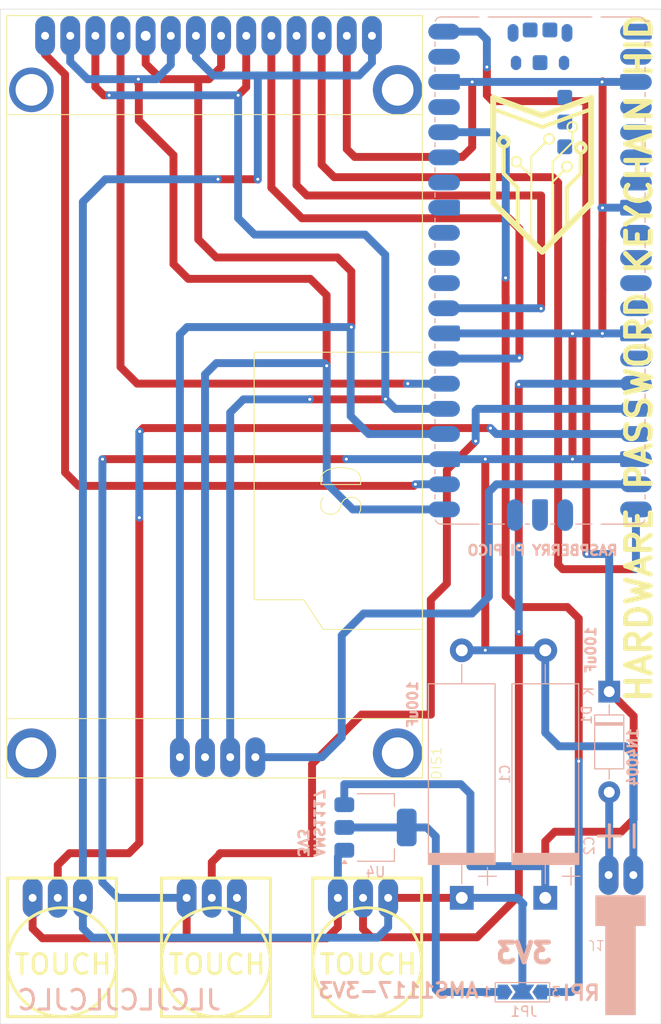
<source format=kicad_pcb>
(kicad_pcb (version 20241229) (generator "pcbnew") (generator_version "9.0")
  (layers (0 "F.Cu" signal) (2 "B.Cu" signal) (13 "F.Paste" user) (15 "B.Paste" user) (5 "F.SilkS" user "F.Silkscreen") (7 "B.SilkS" user "B.Silkscreen") (1 "F.Mask" user) (3 "B.Mask" user) (25 "Edge.Cuts" user))
  (net 0 "")
  (net 4 "Net-(A1-GPIO18)")
  (net 5 "GND")
  (net 6 "Net-(A1-GPIO13)")
  (net 7 "Net-(A1-GPIO20)")
  (net 9 "Net-(A1-GPIO19)")
  (net 12 "Net-(A1-GPIO15)")
  (net 15 "Net-(A1-GPIO17)")
  (net 18 "Net-(A1-GPIO11)")
  (net 19 "Net-(A1-GPIO14)")
  (net 21 "Net-(A1-3V3)")
  (net 22 "Net-(A1-GPIO21)")
  (net 23 "Net-(A1-GPIO22)")
  (net 26 "Net-(A1-GPIO12)")
  (net 27 "Net-(A1-VBUS)")
  (net 28 "Net-(A1-GPIO16)")
  (net 35 "+3.3V")
  (net 36 "Net-(D1-A)")
  (net 37 "Net-(JP1-A)")
  (footprint "moje:logo2" (layer "F.Cu") (at 241.75 50.75)
    (property "Reference" "REF**" (hide yes))
    (property "Value" "logo2" (hide yes))
  )
  (footprint "moje:touch" (layer "F.Cu") (at 187.73 128.01)
    (property "Reference" "U1" (hide yes))
    (property "Value" "~" (hide yes))
  )
  (footprint "moje:touch" (layer "F.Cu") (at 203.29 128.01)
    (property "Reference" "U2" (hide yes))
    (property "Value" "~" (hide yes))
  )
  (footprint "moje:2,4 TFT SPI 240x320" (layer "F.Cu") (at 229.65 103.9 90)
    (property "Reference" "DIS1")
    (property "Value" "~" (hide yes))
  )
  (footprint "moje:touch" (layer "F.Cu") (at 218.57 128.01)
    (property "Reference" "U3" (hide yes))
    (property "Value" "~" (hide yes))
  )
  (footprint "Capacitor_THT:CP_Axial_L18.0mm_D6.5mm_P25.00mm_Horizontal" (layer "B.Cu") (at 233.6225 116.01 90)
    (property "Reference" "C1")
    (property "Value" "100uF")
  )
  (footprint "Module:RaspberryPi_Pico_SMD" (layer "B.Cu") (at 241.53 52.65 180)
    (property "Reference" "A1" (hide yes))
    (property "Value" "RaspberryPi_Pico")
  )
  (footprint "Package_TO_SOT_SMD:SOT-223-3_TabPin2" (layer "B.Cu") (at 224.91 108.9)
    (property "Reference" "U4")
    (property "Value" "AMS1117-3.3")
  )
  (footprint "moje:con biely" (layer "B.Cu") (at 253.46 116.205 -90)
    (property "Reference" "J1")
    (property "Value" "Conn_01x02_Pin" (hide yes))
  )
  (footprint "Capacitor_THT:CP_Axial_L18.0mm_D6.5mm_P25.00mm_Horizontal" (layer "B.Cu") (at 242.0625 116.01 90)
    (property "Reference" "C2")
    (property "Value" "100uF" (hide yes))
  )
  (footprint "Jumper:SolderJumper-3_P2.0mm_Open_TrianglePad1.0x1.5mm_NumberLabels" (layer "B.Cu") (at 239.75 125.52)
    (property "Reference" "JP1")
    (property "Value" "SolderJumper_3_Open" (hide yes))
  )
  (footprint "Diode_THT:D_DO-41_SOD81_P10.16mm_Horizontal" (layer "B.Cu") (at 248.52 95.18 -90)
    (property "Reference" "D1")
    (property "Value" "1N4004" (hide yes))
  )
  (gr_rect (start 187 26.25) (end 253.75 128.75) (stroke (width 0.05)) (fill no) (layer "Edge.Cuts"))
  (gr_text "HARDWARE PASSWORD KEYCHAIN HID" (at 253 96.5 90) (layer "F.SilkS") (effects (font (size 2.5 2.5) (thickness 0.5) (bold yes)) (justify left bottom)))
  (gr_text "RASPBERRY PI PICO" (at 249.5 81.5 0) (layer "B.SilkS") (effects (font (size 1 1) (thickness 0.25) (bold yes)) (justify left bottom mirror)))
  (gr_text "1N4004" (at 251.5 98.75 90) (layer "B.SilkS") (effects (font (size 1 1) (thickness 0.25) (bold yes)) (justify left bottom mirror)))
  (gr_text "RPI" (at 247.75 126.5 0) (layer "B.SilkS") (effects (font (size 1.5 1.5) (thickness 0.3) (bold yes)) (justify left bottom mirror)))
  (gr_text "AMS1117-3V3" (at 235.5 126.25 0) (layer "B.SilkS") (effects (font (size 1.5 1.5) (thickness 0.3) (bold yes)) (justify left bottom mirror)))
  (gr_text "3V3" (at 243 122.75 0) (layer "B.SilkS") (effects (font (size 2 2) (thickness 0.5) (bold yes)) (justify left bottom mirror)))
  (gr_text "JLCJLCJLCJLC" (at 209.5 127.5 0) (layer "B.SilkS") (effects (font (size 2 2) (thickness 0.3)) (justify left bottom mirror)))
  (gr_text "AMS1117\n3V3" (at 217 112 270) (layer "B.SilkS") (effects (font (size 1 1) (thickness 0.25) (bold yes)) (justify left bottom mirror)))
  (gr_text "100uF" (at 247.25 88.5 90) (layer "B.SilkS") (effects (font (size 1 1) (thickness 0.25) (bold yes)) (justify left bottom mirror)))
  (gr_text "100uF" (at 229.25 94 90) (layer "B.SilkS") (effects (font (size 1 1) (thickness 0.25) (bold yes)) (justify left bottom mirror)))
  (segment (start 207 33.32) (end 207 49.5) (width 0.8) (layer "F.Cu") (net 4))
  (segment (start 207 49.5) (end 208.83 51.33) (width 0.8) (layer "F.Cu") (net 4))
  (segment (start 208.83 51.33) (end 221.06 51.33) (width 0.8) (layer "F.Cu") (net 4))
  (segment (start 209.31 32.09) (end 209.31 28.94) (width 0.8) (layer "F.Cu") (net 4))
  (segment (start 201.69 31.76) (end 203.25 33.32) (width 0.8) (layer "F.Cu") (net 4))
  (segment (start 222.47 52.74) (end 222.47 58.36) (width 0.8) (layer "F.Cu") (net 4))
  (segment (start 208.08 33.32) (end 209.31 32.09) (width 0.8) (layer "F.Cu") (net 4))
  (segment (start 203.25 33.32) (end 208.08 33.32) (width 0.8) (layer "F.Cu") (net 4))
  (segment (start 201.69 28.94) (end 201.69 31.76) (width 0.8) (layer "F.Cu") (net 4))
  (segment (start 208.08 33.32) (end 207 33.32) (width 0.8) (layer "F.Cu") (net 4))
  (segment (start 221.06 51.33) (end 222.47 52.74) (width 0.8) (layer "F.Cu") (net 4))
  (via (at 222.47 58.36) (size 0.6) (drill 0.3) (layers "F.Cu" "B.Cu") (net 4))
  (segment (start 205.15 101.8) (end 205.15 59.09) (width 0.8) (layer "B.Cu") (net 4))
  (segment (start 222.4 58.43) (end 222.47 58.36) (width 0.8) (layer "B.Cu") (net 4))
  (segment (start 222.4 67.35) (end 224.21 69.16) (width 0.8) (layer "B.Cu") (net 4))
  (segment (start 205.15 59.09) (end 205.88 58.36) (width 0.8) (layer "B.Cu") (net 4))
  (segment (start 205.88 58.36) (end 222.47 58.36) (width 0.8) (layer "B.Cu") (net 4))
  (segment (start 222.4 67.35) (end 222.4 58.43) (width 0.8) (layer "B.Cu") (net 4))
  (segment (start 224.21 69.16) (end 231.84 69.16) (width 0.8) (layer "B.Cu") (net 4))
  (segment (start 247.83 49.59) (end 247.83 54.54) (width 0.8) (layer "F.Cu") (net 5))
  (segment (start 247.84 46.32) (end 247.85 46.31) (width 0.8) (layer "F.Cu") (net 5))
  (segment (start 191.26 120.09) (end 190.27 119.1) (width 0.8) (layer "F.Cu") (net 5))
  (segment (start 244.81 71.7) (end 244.81 59.02) (width 0.8) (layer "F.Cu") (net 5))
  (segment (start 247.84 46.32) (end 247.84 49.58) (width 0.8) (layer "F.Cu") (net 5))
  (segment (start 205.83 116.01) (end 205.83 120.06) (width 0.8) (layer "F.Cu") (net 5))
  (segment (start 205.83 120.06) (end 205.86 120.09) (width 0.8) (layer "F.Cu") (net 5))
  (segment (start 205.86 120.09) (end 191.26 120.09) (width 0.8) (layer "F.Cu") (net 5))
  (segment (start 221.11 118.97) (end 219.99 120.09) (width 0.8) (layer "F.Cu") (net 5))
  (segment (start 222.01 28.94) (end 222.01 40.38) (width 0.8) (layer "F.Cu") (net 5))
  (segment (start 221.11 116.01) (end 221.11 118.97) (width 0.8) (layer "F.Cu") (net 5))
  (segment (start 247.83 54.54) (end 247.83 59.01) (width 0.8) (layer "F.Cu") (net 5))
  (segment (start 233.695098 41.174902) (end 234.68 40.19) (width 0.8) (layer "F.Cu") (net 5))
  (segment (start 221.96 71.7) (end 197.33 71.7) (width 0.8) (layer "F.Cu") (net 5))
  (segment (start 222.01 40.38) (end 222.804902 41.174902) (width 0.8) (layer "F.Cu") (net 5))
  (segment (start 247.84 49.58) (end 247.83 49.59) (width 0.8) (layer "F.Cu") (net 5))
  (segment (start 247.85 46.31) (end 247.85 42.87) (width 0.8) (layer "F.Cu") (net 5))
  (segment (start 222.804902 41.174902) (end 233.695098 41.174902) (width 0.8) (layer "F.Cu") (net 5))
  (segment (start 190.27 119.1) (end 190.27 116.01) (width 0.8) (layer "F.Cu") (net 5))
  (segment (start 236 71.7) (end 236 91) (width 0.8) (layer "F.Cu") (net 5))
  (segment (start 247.85 42.87) (end 247.85 33.54) (width 0.8) (layer "F.Cu") (net 5))
  (segment (start 234.68 40.19) (end 234.68 33.65) (width 0.8) (layer "F.Cu") (net 5))
  (segment (start 219.99 120.09) (end 205.86 120.09) (width 0.8) (layer "F.Cu") (net 5))
  (segment (start 247.83 59.01) (end 247.83 59.04) (width 0.8) (layer "F.Cu") (net 5))
  (via (at 234.68 33.6) (size 0.6) (drill 0.3) (layers "F.Cu" "B.Cu") (net 5))
  (via (at 244.81 71.7) (size 0.6) (drill 0.3) (layers "F.Cu" "B.Cu") (net 5))
  (via (at 197.33 71.7) (size 0.6) (drill 0.3) (layers "F.Cu" "B.Cu") (net 5))
  (via (at 236 71.7) (size 0.6) (drill 0.3) (layers "F.Cu" "B.Cu") (net 5))
  (via (at 247.84 46.32) (size 0.6) (drill 0.3) (layers "F.Cu" "B.Cu") (net 5))
  (via (at 244.81 59.02) (size 0.6) (drill 0.3) (layers "F.Cu" "B.Cu") (net 5))
  (via (at 236 91) (size 0.6) (drill 0.3) (layers "F.Cu" "B.Cu") (net 5))
  (via (at 221.96 71.7) (size 0.6) (drill 0.3) (layers "F.Cu" "B.Cu") (net 5))
  (via (at 247.83 59.01) (size 0.6) (drill 0.3) (layers "F.Cu" "B.Cu") (net 5))
  (via (at 247.8 33.6) (size 0.6) (drill 0.3) (layers "F.Cu" "B.Cu") (net 5))
  (segment (start 197.32 114.44) (end 198.89 116.01) (width 0.8) (layer "B.Cu") (net 5))
  (segment (start 231.84 59) (end 244.79 59) (width 0.8) (layer "B.Cu") (net 5))
  (segment (start 243.43 100.7) (end 250.13 100.7) (width 0.8) (layer "B.Cu") (net 5))
  (segment (start 231.84 71.7) (end 236 71.7) (width 0.8) (layer "B.Cu") (net 5))
  (segment (start 221.11 111.85) (end 221.76 111.2) (width 0.8) (layer "B.Cu") (net 5))
  (segment (start 250.13 100.7) (end 250.96 101.53) (width 0.8) (layer "B.Cu") (net 5))
  (segment (start 247.67 33.6) (end 247.8 33.6) (width 0.8) (layer "B.Cu") (net 5))
  (segment (start 234.68 33.6) (end 247.67 33.6) (width 0.8) (layer "B.Cu") (net 5))
  (segment (start 244.83 59) (end 251.22 59) (width 0.8) (layer "B.Cu") (net 5))
  (segment (start 251.22 71.7) (end 247.92 71.7) (width 0.8) (layer "B.Cu") (net 5))
  (segment (start 231.84 71.7) (end 221.96 71.7) (width 0.8) (layer "B.Cu") (net 5))
  (segment (start 250.96 101.53) (end 250.96 113.705) (width 0.8) (layer "B.Cu") (net 5))
  (segment (start 247.75 46.3) (end 251.22 46.3) (width 0.8) (layer "B.Cu") (net 5))
  (segment (start 247.8 33.6) (end 251.22 33.6) (width 0.8) (layer "B.Cu") (net 5))
  (segment (start 197.33 71.7) (end 197.33 72.15) (width 0.8) (layer "B.Cu") (net 5))
  (segment (start 244.81 59.02) (end 244.83 59) (width 0.8) (layer "B.Cu") (net 5))
  (segment (start 221.11 116.01) (end 221.11 111.85) (width 0.8) (layer "B.Cu") (net 5))
  (segment (start 197.32 72.16) (end 197.32 114.44) (width 0.8) (layer "B.Cu") (net 5))
  (segment (start 247.73 46.32) (end 247.75 46.3) (width 0.8) (layer "B.Cu") (net 5))
  (segment (start 236 71.7) (end 244.81 71.7) (width 0.8) (layer "B.Cu") (net 5))
  (segment (start 242.0625 91.01) (end 242.0625 99.3325) (width 0.8) (layer "B.Cu") (net 5))
  (segment (start 244.79 59) (end 244.81 59.02) (width 0.8) (layer "B.Cu") (net 5))
  (segment (start 247.92 71.7) (end 244.81 71.7) (width 0.8) (layer "B.Cu") (net 5))
  (segment (start 198.89 116.01) (end 205.83 116.01) (width 0.8) (layer "B.Cu") (net 5))
  (segment (start 233.6225 91.01) (end 242.0625 91.01) (width 0.8) (layer "B.Cu") (net 5))
  (segment (start 242.0625 99.3325) (end 243.43 100.7) (width 0.8) (layer "B.Cu") (net 5))
  (segment (start 247.84 46.32) (end 247.73 46.32) (width 0.8) (layer "B.Cu") (net 5))
  (segment (start 221.96 71.7) (end 221.94 71.68) (width 0.8) (layer "B.Cu") (net 5))
  (segment (start 231.84 33.6) (end 234.68 33.6) (width 0.8) (layer "B.Cu") (net 5))
  (segment (start 197.33 72.15) (end 197.32 72.16) (width 0.8) (layer "B.Cu") (net 5))
  (segment (start 236.52 68.57) (end 236.51 68.56) (width 0.8) (layer "F.Cu") (net 6))
  (segment (start 192.81 112.69) (end 194 111.5) (width 0.8) (layer "F.Cu") (net 6))
  (segment (start 192.81 116.01) (end 192.81 112.69) (width 0.8) (layer "F.Cu") (net 6))
  (segment (start 236.51 68.56) (end 201.43 68.56) (width 0.8) (layer "F.Cu") (net 6))
  (segment (start 200 111.5) (end 201.05 110.45) (width 0.8) (layer "F.Cu") (net 6))
  (segment (start 201.43 68.56) (end 201.09 68.9) (width 0.8) (layer "F.Cu") (net 6))
  (segment (start 194 111.5) (end 200 111.5) (width 0.8) (layer "F.Cu") (net 6))
  (segment (start 201.05 110.45) (end 201.05 77.61) (width 0.8) (layer "F.Cu") (net 6))
  (via (at 236.52 68.57) (size 0.6) (drill 0.3) (layers "F.Cu" "B.Cu") (net 6))
  (via (at 201.05 77.61) (size 0.6) (drill 0.3) (layers "F.Cu" "B.Cu") (net 6))
  (via (at 201.09 68.9) (size 0.6) (drill 0.3) (layers "F.Cu" "B.Cu") (net 6))
  (segment (start 201.05 68.94) (end 201.09 68.9) (width 0.8) (layer "B.Cu") (net 6))
  (segment (start 237.11 69.16) (end 251.22 69.16) (width 0.8) (layer "B.Cu") (net 6))
  (segment (start 201.05 77.61) (end 201.05 68.94) (width 0.8) (layer "B.Cu") (net 6))
  (segment (start 236.52 68.57) (end 237.11 69.16) (width 0.8) (layer "B.Cu") (net 6))
  (segment (start 200.83 64.07) (end 228.17 64.07) (width 0.8) (layer "F.Cu") (net 7))
  (segment (start 228.17 64.07) (end 228.35 64.07) (width 0.8) (layer "F.Cu") (net 7))
  (segment (start 199.15 28.94) (end 199.15 62.39) (width 0.8) (layer "F.Cu") (net 7))
  (segment (start 199.15 62.39) (end 200.83 64.07) (width 0.8) (layer "F.Cu") (net 7))
  (via (at 228.17 64.07) (size 0.6) (drill 0.3) (layers "F.Cu" "B.Cu") (net 7))
  (segment (start 231.84 64.08) (end 228.06 64.08) (width 0.8) (layer "B.Cu") (net 7))
  (segment (start 211.85 32.009029) (end 211.85 32.427182) (width 0.8) (layer "F.Cu") (net 9))
  (segment (start 211.85 32.427182) (end 211.85 34.13) (width 0.8) (layer "F.Cu") (net 9))
  (segment (start 218.27 65.66) (end 225.94 65.66) (width 0.8) (layer "F.Cu") (net 9))
  (segment (start 211.85 28.94) (end 211.85 32.009029) (width 0.8) (layer "F.Cu") (net 9))
  (segment (start 211.85 34.13) (end 211.03 34.95) (width 0.8) (layer "F.Cu") (net 9))
  (segment (start 196.61 34.11) (end 196.61 28.94) (width 0.8) (layer "F.Cu") (net 9))
  (segment (start 198 34.95) (end 197.45 34.95) (width 0.8) (layer "F.Cu") (net 9))
  (segment (start 197.45 34.95) (end 196.61 34.11) (width 0.8) (layer "F.Cu") (net 9))
  (via (at 218.27 65.66) (size 0.6) (drill 0.3) (layers "F.Cu" "B.Cu") (net 9))
  (via (at 198 34.95) (size 0.6) (drill 0.3) (layers "F.Cu" "B.Cu") (net 9))
  (via (at 225.92 65.63) (size 0.6) (drill 0.3) (layers "F.Cu" "B.Cu") (net 9))
  (via (at 211.03 34.95) (size 0.6) (drill 0.3) (layers "F.Cu" "B.Cu") (net 9))
  (segment (start 211.03 34.95) (end 198 34.95) (width 0.8) (layer "B.Cu") (net 9))
  (segment (start 223.86 49.02) (end 225.9 51.06) (width 0.8) (layer "B.Cu") (net 9))
  (segment (start 218.27 65.66) (end 218.29 65.64) (width 0.8) (layer "B.Cu") (net 9))
  (segment (start 225.9 65.61) (end 225.92 65.63) (width 0.8) (layer "B.Cu") (net 9))
  (segment (start 212.69 49.02) (end 223.86 49.02) (width 0.8) (layer "B.Cu") (net 9))
  (segment (start 225.92 65.63) (end 226.91 66.62) (width 0.8) (layer "B.Cu") (net 9))
  (segment (start 225.9 51.06) (end 225.9 65.61) (width 0.8) (layer "B.Cu") (net 9))
  (segment (start 210.23 101.8) (end 210.23 67) (width 0.8) (layer "B.Cu") (net 9))
  (segment (start 211.57 65.66) (end 218.27 65.66) (width 0.8) (layer "B.Cu") (net 9))
  (segment (start 210.23 67) (end 211.57 65.66) (width 0.8) (layer "B.Cu") (net 9))
  (segment (start 211.03 47.36) (end 212.69 49.02) (width 0.8) (layer "B.Cu") (net 9))
  (segment (start 226.91 66.62) (end 231.84 66.62) (width 0.8) (layer "B.Cu") (net 9))
  (segment (start 211.03 34.95) (end 211.03 47.36) (width 0.8) (layer "B.Cu") (net 9))
  (segment (start 242.81 43.22) (end 243.36 43.77) (width 0.8) (layer "F.Cu") (net 12))
  (segment (start 243.35 82.26) (end 243.35 82.35) (width 0.8) (layer "F.Cu") (net 12))
  (segment (start 219.47 41.96) (end 220.73 43.22) (width 0.8) (layer "F.Cu") (net 12))
  (segment (start 219.47 28.94) (end 219.47 41.96) (width 0.8) (layer "F.Cu") (net 12))
  (segment (start 251.17 82.81) (end 251.2 82.81) (width 0.8) (layer "F.Cu") (net 12))
  (segment (start 243.35 82.35) (end 243.81 82.81) (width 0.8) (layer "F.Cu") (net 12))
  (segment (start 243.36 82.25) (end 243.35 82.26) (width 0.8) (layer "F.Cu") (net 12))
  (segment (start 220.73 43.22) (end 242.81 43.22) (width 0.8) (layer "F.Cu") (net 12))
  (segment (start 242.81 43.22) (end 243.02 43.43) (width 0.8) (layer "F.Cu") (net 12))
  (segment (start 243.81 82.81) (end 251.17 82.81) (width 0.8) (layer "F.Cu") (net 12))
  (segment (start 243.36 43.77) (end 243.36 82.25) (width 0.8) (layer "F.Cu") (net 12))
  (via (at 251.17 82.81) (size 0.6) (drill 0.3) (layers "F.Cu" "B.Cu") (net 12))
  (segment (start 251.22 76.78) (end 251.22 82.76) (width 0.8) (layer "B.Cu") (net 12))
  (segment (start 251.22 82.76) (end 251.17 82.81) (width 0.8) (layer "B.Cu") (net 12))
  (segment (start 228.78 74.4) (end 194.91 74.4) (width 0.8) (layer "F.Cu") (net 15))
  (segment (start 193.55 73.04) (end 193.55 32.85) (width 0.8) (layer "F.Cu") (net 15))
  (segment (start 228.94 74.24) (end 228.78 74.4) (width 0.8) (layer "F.Cu") (net 15))
  (segment (start 193.55 32.85) (end 191.53 30.83) (width 0.8) (layer "F.Cu") (net 15))
  (segment (start 194.91 74.4) (end 193.55 73.04) (width 0.8) (layer "F.Cu") (net 15))
  (segment (start 191.53 30.83) (end 191.53 28.94) (width 0.8) (layer "F.Cu") (net 15))
  (via (at 228.94 74.24) (size 0.6) (drill 0.3) (layers "F.Cu" "B.Cu") (net 15))
  (segment (start 231.84 74.24) (end 228.94 74.24) (width 0.8) (layer "B.Cu") (net 15))
  (segment (start 223.65 116.01) (end 223.65 119.15) (width 0.8) (layer "F.Cu") (net 18))
  (segment (start 224.49 119.99) (end 235.17 119.99) (width 0.8) (layer "F.Cu") (net 18))
  (segment (start 235.17 119.99) (end 239.39 115.77) (width 0.8) (layer "F.Cu") (net 18))
  (segment (start 223.65 119.15) (end 224.49 119.99) (width 0.8) (layer "F.Cu") (net 18))
  (segment (start 239.38 80.46) (end 239.38 64.16) (width 0.8) (layer "F.Cu") (net 18))
  (segment (start 239.39 115.77) (end 239.39 89.12) (width 0.8) (layer "F.Cu") (net 18))
  (segment (start 239.38 64.16) (end 239.38 64.13) (width 0.8) (layer "F.Cu") (net 18))
  (segment (start 239.39 89.12) (end 239.39 89.09) (width 0.8) (layer "F.Cu") (net 18))
  (via (at 239.38 64.16) (size 0.6) (drill 0.3) (layers "F.Cu" "B.Cu") (net 18))
  (via (at 239.39 89.12) (size 0.6) (drill 0.3) (layers "F.Cu" "B.Cu") (net 18))
  (via (at 239.38 80.46) (size 0.6) (drill 0.3) (layers "F.Cu" "B.Cu") (net 18))
  (segment (start 239.38 89.11) (end 239.38 80.46) (width 0.8) (layer "B.Cu") (net 18))
  (segment (start 239.46 64.08) (end 251.22 64.08) (width 0.8) (layer "B.Cu") (net 18))
  (segment (start 239.38 64.16) (end 239.46 64.08) (width 0.8) (layer "B.Cu") (net 18))
  (segment (start 239.39 89.12) (end 239.38 89.11) (width 0.8) (layer "B.Cu") (net 18))
  (segment (start 236.36 75.01) (end 237.13 74.24) (width 0.8) (layer "B.Cu") (net 19))
  (segment (start 221.5 89.5) (end 223.71 87.29) (width 0.8) (layer "B.Cu") (net 19))
  (segment (start 223.71 87.29) (end 234.66 87.29) (width 0.8) (layer "B.Cu") (net 19))
  (segment (start 234.66 87.29) (end 236.36 85.59) (width 0.8) (layer "B.Cu") (net 19))
  (segment (start 212.77 101.8) (end 219.5 101.8) (width 0.8) (layer "B.Cu") (net 19))
  (segment (start 236.36 85.59) (end 236.36 75.01) (width 0.8) (layer "B.Cu") (net 19))
  (segment (start 219.5 101.8) (end 221.5 99.8) (width 0.8) (layer "B.Cu") (net 19))
  (segment (start 237.13 74.24) (end 251.22 74.24) (width 0.8) (layer "B.Cu") (net 19))
  (segment (start 221.5 99.8) (end 221.5 89.5) (width 0.8) (layer "B.Cu") (net 19))
  (segment (start 238.06 85.56) (end 239.14 86.64) (width 0.8) (layer "F.Cu") (net 21))
  (segment (start 245.44 87.79) (end 245.44 102.21) (width 0.8) (layer "F.Cu") (net 21))
  (segment (start 239.14 86.64) (end 244.29 86.64) (width 0.8) (layer "F.Cu") (net 21))
  (segment (start 238.05 53.39) (end 238.05 55.28) (width 0.8) (layer "F.Cu") (net 21))
  (segment (start 238.06 55.29) (end 238.06 85.56) (width 0.8) (layer "F.Cu") (net 21))
  (segment (start 238.05 55.28) (end 238.06 55.29) (width 0.8) (layer "F.Cu") (net 21))
  (segment (start 244.29 86.64) (end 245.44 87.79) (width 0.8) (layer "F.Cu") (net 21))
  (via (at 245.44 102.21) (size 0.6) (drill 0.3) (layers "F.Cu" "B.Cu") (net 21))
  (via (at 238.05 53.39) (size 0.6) (drill 0.3) (layers "F.Cu" "B.Cu") (net 21))
  (segment (start 238.05 53.39) (end 238.07 53.37) (width 0.8) (layer "B.Cu") (net 21))
  (segment (start 241.85 125.52) (end 244.73 125.52) (width 0.8) (layer "B.Cu") (net 21))
  (segment (start 236.69 38.68) (end 231.84 38.68) (width 0.8) (layer "B.Cu") (net 21))
  (segment (start 238.07 53.37) (end 238.07 40.06) (width 0.8) (layer "B.Cu") (net 21))
  (segment (start 244.73 125.52) (end 245.44 124.81) (width 0.8) (layer "B.Cu") (net 21))
  (segment (start 245.44 124.81) (end 245.44 102.21) (width 0.8) (layer "B.Cu") (net 21))
  (segment (start 238.07 40.06) (end 236.69 38.68) (width 0.8) (layer "B.Cu") (net 21))
  (segment (start 214.39 44.29) (end 214.39 28.94) (width 0.8) (layer "F.Cu") (net 22))
  (segment (start 238.37 47.37) (end 217.47 47.37) (width 0.8) (layer "F.Cu") (net 22))
  (segment (start 217.47 47.37) (end 214.39 44.29) (width 0.8) (layer "F.Cu") (net 22))
  (segment (start 239.45 61.47) (end 239.45 48.45) (width 0.8) (layer "F.Cu") (net 22))
  (segment (start 239.45 48.45) (end 238.37 47.37) (width 0.8) (layer "F.Cu") (net 22))
  (via (at 239.45 61.47) (size 0.6) (drill 0.3) (layers "F.Cu" "B.Cu") (net 22))
  (segment (start 239.38 61.54) (end 239.45 61.47) (width 0.8) (layer "B.Cu") (net 22))
  (segment (start 231.84 61.54) (end 239.38 61.54) (width 0.8) (layer "B.Cu") (net 22))
  (segment (start 241.64 45.07) (end 241.64 56.49) (width 0.8) (layer "F.Cu") (net 23))
  (segment (start 216.93 28.94) (end 216.93 44.02) (width 0.8) (layer "F.Cu") (net 23))
  (segment (start 217.98 45.07) (end 241.64 45.07) (width 0.8) (layer "F.Cu") (net 23))
  (segment (start 216.93 44.02) (end 217.98 45.07) (width 0.8) (layer "F.Cu") (net 23))
  (via (at 241.64 56.49) (size 0.6) (drill 0.3) (layers "F.Cu" "B.Cu") (net 23))
  (segment (start 231.84 56.46) (end 241.61 56.46) (width 0.8) (layer "B.Cu") (net 23))
  (segment (start 241.61 56.46) (end 241.64 56.49) (width 0.8) (layer "B.Cu") (net 23))
  (segment (start 230.5 85.89) (end 232.12 84.27) (width 0.8) (layer "F.Cu") (net 26))
  (segment (start 209.14 111.64) (end 209.14 111.57) (width 0.8) (layer "F.Cu") (net 26))
  (segment (start 209.14 111.57) (end 209.21 111.5) (width 0.8) (layer "F.Cu") (net 26))
  (segment (start 232.12 72.79) (end 235.03 69.88) (width 0.8) (layer "F.Cu") (net 26))
  (segment (start 232.12 84.27) (end 232.12 72.79) (width 0.8) (layer "F.Cu") (net 26))
  (segment (start 223.5 97.5) (end 230.5 97.5) (width 0.8) (layer "F.Cu") (net 26))
  (segment (start 208.37 112.41) (end 209.14 111.64) (width 0.8) (layer "F.Cu") (net 26))
  (segment (start 218.5 102.5) (end 223.5 97.5) (width 0.8) (layer "F.Cu") (net 26))
  (segment (start 209.21 111.5) (end 218.5 111.5) (width 0.8) (layer "F.Cu") (net 26))
  (segment (start 208.37 116.01) (end 208.37 112.41) (width 0.8) (layer "F.Cu") (net 26))
  (segment (start 218.5 111.5) (end 218.5 102.5) (width 0.8) (layer "F.Cu") (net 26))
  (segment (start 230.5 97.5) (end 230.5 85.89) (width 0.8) (layer "F.Cu") (net 26))
  (via (at 235.03 69.88) (size 0.6) (drill 0.3) (layers "F.Cu" "B.Cu") (net 26))
  (segment (start 235.03 66.79) (end 235.2 66.62) (width 0.8) (layer "B.Cu") (net 26))
  (segment (start 235.2 66.62) (end 251.22 66.62) (width 0.8) (layer "B.Cu") (net 26))
  (segment (start 235.03 69.88) (end 235.03 66.79) (width 0.8) (layer "B.Cu") (net 26))
  (segment (start 236.16 32.09) (end 236.16 34.95) (width 0.8) (layer "F.Cu") (net 27))
  (segment (start 242.0625 110.2975) (end 243.03 109.33) (width 0.8) (layer "F.Cu") (net 27))
  (segment (start 250.99 108.08) (end 250.99 97.65) (width 0.8) (layer "F.Cu") (net 27))
  (segment (start 242.0625 116.01) (end 242.0625 110.2975) (width 0.8) (layer "F.Cu") (net 27))
  (segment (start 246.21 35.54) (end 246.21 81.26) (width 0.8) (layer "F.Cu") (net 27))
  (segment (start 246.21 81.26) (end 246.23 81.28) (width 0.8) (layer "F.Cu") (net 27))
  (segment (start 243.03 109.33) (end 249.74 109.33) (width 0.8) (layer "F.Cu") (net 27))
  (segment (start 250.99 97.65) (end 248.52 95.18) (width 0.8) (layer "F.Cu") (net 27))
  (segment (start 236.75 35.54) (end 246.21 35.54) (width 0.8) (layer "F.Cu") (net 27))
  (segment (start 236.16 34.95) (end 236.75 35.54) (width 0.8) (layer "F.Cu") (net 27))
  (segment (start 249.74 109.33) (end 250.99 108.08) (width 0.8) (layer "F.Cu") (net 27))
  (via (at 236.16 32.09) (size 0.6) (drill 0.3) (layers "F.Cu" "B.Cu") (net 27))
  (via (at 246.23 81.28) (size 0.6) (drill 0.3) (layers "F.Cu" "B.Cu") (net 27))
  (segment (start 234.5 112.81) (end 241.96 112.81) (width 0.8) (layer "B.Cu") (net 27))
  (segment (start 233.53 104.53) (end 234.5 105.5) (width 0.8) (layer "B.Cu") (net 27))
  (segment (start 221.76 104.53) (end 233.53 104.53) (width 0.8) (layer "B.Cu") (net 27))
  (segment (start 236.16 32.09) (end 236.16 32.14) (width 0.8) (layer "B.Cu") (net 27))
  (segment (start 236.16 29.33) (end 236.16 32.09) (width 0.8) (layer "B.Cu") (net 27))
  (segment (start 234.5 105.5) (end 234.5 112.81) (width 0.8) (layer "B.Cu") (net 27))
  (segment (start 246.23 81.28) (end 248.52 81.28) (width 0.8) (layer "B.Cu") (net 27))
  (segment (start 231.84 28.52) (end 235.35 28.52) (width 0.8) (layer "B.Cu") (net 27))
  (segment (start 242.0625 112.8725) (end 242.0625 116.01) (width 0.8) (layer "B.Cu") (net 27))
  (segment (start 235.35 28.52) (end 236.16 29.33) (width 0.8) (layer "B.Cu") (net 27))
  (segment (start 248.52 81.28) (end 248.52 95.18) (width 0.8) (layer "B.Cu") (net 27))
  (segment (start 221.76 106.6) (end 221.76 104.53) (width 0.8) (layer "B.Cu") (net 27))
  (segment (start 241.98 112.79) (end 242.0625 112.8725) (width 0.8) (layer "B.Cu") (net 27))
  (segment (start 241.96 112.81) (end 241.98 112.79) (width 0.8) (layer "B.Cu") (net 27))
  (segment (start 219.97 55.14) (end 219.97 62.26) (width 0.8) (layer "F.Cu") (net 28))
  (segment (start 204.5 52) (end 205.99 53.49) (width 0.8) (layer "F.Cu") (net 28))
  (segment (start 205.99 53.49) (end 218.32 53.49) (width 0.8) (layer "F.Cu") (net 28))
  (segment (start 219.97 62.26) (end 219.98 62.27) (width 0.8) (layer "F.Cu") (net 28))
  (segment (start 200.95 33.32) (end 200.95 33.76) (width 0.8) (layer "F.Cu") (net 28))
  (segment (start 201 33.81) (end 201 37.500001) (width 0.8) (layer "F.Cu") (net 28))
  (segment (start 218.32 53.49) (end 219.97 55.14) (width 0.8) (layer "F.Cu") (net 28))
  (segment (start 200.95 33.76) (end 201 33.81) (width 0.8) (layer "F.Cu") (net 28))
  (segment (start 201 37.500001) (end 204.5 41.000001) (width 0.8) (layer "F.Cu") (net 28))
  (segment (start 204.5 41.000001) (end 204.5 52) (width 0.8) (layer "F.Cu") (net 28))
  (via (at 200.95 33.32) (size 0.6) (drill 0.3) (layers "F.Cu" "B.Cu") (net 28))
  (via (at 219.98 62.27) (size 0.6) (drill 0.3) (layers "F.Cu" "B.Cu") (net 28))
  (segment (start 207.69 101.8) (end 207.69 63.14) (width 0.8) (layer "B.Cu") (net 28))
  (segment (start 222.62 76.78) (end 231.84 76.78) (width 0.8) (layer "B.Cu") (net 28))
  (segment (start 200.95 33.32) (end 195.82 33.32) (width 0.8) (layer "B.Cu") (net 28))
  (segment (start 207.69 63.14) (end 208.83 62) (width 0.8) (layer "B.Cu") (net 28))
  (segment (start 208.83 62) (end 219.71 62) (width 0.8) (layer "B.Cu") (net 28))
  (segment (start 219.965 74.125) (end 222.62 76.78) (width 0.8) (layer "B.Cu") (net 28))
  (segment (start 219.98 74.11) (end 219.965 74.125) (width 0.8) (layer "B.Cu") (net 28))
  (segment (start 202.78 33.32) (end 204.23 31.87) (width 0.8) (layer "B.Cu") (net 28))
  (segment (start 219.71 62) (end 219.98 62.27) (width 0.8) (layer "B.Cu") (net 28))
  (segment (start 204.23 31.87) (end 204.23 28.94) (width 0.8) (layer "B.Cu") (net 28))
  (segment (start 200.95 33.32) (end 202.78 33.32) (width 0.8) (layer "B.Cu") (net 28))
  (segment (start 195.82 33.32) (end 194.07 31.57) (width 0.8) (layer "B.Cu") (net 28))
  (segment (start 194.07 31.57) (end 194.07 28.94) (width 0.8) (layer "B.Cu") (net 28))
  (segment (start 219.98 62.27) (end 219.98 74.11) (width 0.8) (layer "B.Cu") (net 28))
  (segment (start 226.19 116.01) (end 233.6225 116.01) (width 0.8) (layer "F.Cu") (net 35))
  (segment (start 209 43.43) (end 213.02 43.43) (width 0.8) (layer "F.Cu") (net 35))
  (via (at 213.02 43.43) (size 0.6) (drill 0.3) (layers "F.Cu" "B.Cu") (net 35))
  (via (at 209 43.43) (size 0.6) (drill 0.3) (layers "F.Cu" "B.Cu") (net 35))
  (segment (start 197.63 43.43) (end 195.35 45.71) (width 0.8) (layer "B.Cu") (net 35))
  (segment (start 206.77 31.18) (end 206.77 28.94) (width 0.8) (layer "B.Cu") (net 35))
  (segment (start 239.23 116.01) (end 239.85 116.63) (width 0.8) (layer "B.Cu") (net 35))
  (segment (start 226.19 118.97) (end 226.19 116.01) (width 0.8) (layer "B.Cu") (net 35))
  (segment (start 224.55 31.64) (end 223.24 32.95) (width 0.8) (layer "B.Cu") (net 35))
  (segment (start 195.35 119.08) (end 196.3 120.03) (width 0.8) (layer "B.Cu") (net 35))
  (segment (start 239.75 116.73) (end 239.85 116.63) (width 0.8) (layer "B.Cu") (net 35))
  (segment (start 195.35 116.01) (end 195.35 119.08) (width 0.8) (layer "B.Cu") (net 35))
  (segment (start 213.02 32.95) (end 208.54 32.95) (width 0.8) (layer "B.Cu") (net 35))
  (segment (start 210.93 120.03) (end 225.13 120.03) (width 0.8) (layer "B.Cu") (net 35))
  (segment (start 208.54 32.95) (end 206.77 31.18) (width 0.8) (layer "B.Cu") (net 35))
  (segment (start 233.6225 116.01) (end 239.23 116.01) (width 0.8) (layer "B.Cu") (net 35))
  (segment (start 225.13 120.03) (end 226.19 118.97) (width 0.8) (layer "B.Cu") (net 35))
  (segment (start 210.91 116.01) (end 210.91 120.01) (width 0.8) (layer "B.Cu") (net 35))
  (segment (start 213.02 32.95) (end 213.02 43.43) (width 0.8) (layer "B.Cu") (net 35))
  (segment (start 223.24 32.95) (end 213.02 32.95) (width 0.8) (layer "B.Cu") (net 35))
  (segment (start 213.02 43.43) (end 213.02 43.47) (width 0.8) (layer "B.Cu") (net 35))
  (segment (start 224.55 28.94) (end 224.55 31.64) (width 0.8) (layer "B.Cu") (net 35))
  (segment (start 210.91 120.01) (end 210.93 120.03) (width 0.8) (layer "B.Cu") (net 35))
  (segment (start 209 43.43) (end 197.63 43.43) (width 0.8) (layer "B.Cu") (net 35))
  (segment (start 195.35 45.71) (end 195.35 116.01) (width 0.8) (layer "B.Cu") (net 35))
  (segment (start 196.3 120.03) (end 210.93 120.03) (width 0.8) (layer "B.Cu") (net 35))
  (segment (start 239.75 125.52) (end 239.75 116.73) (width 0.8) (layer "B.Cu") (net 35))
  (segment (start 248.52 113.645) (end 248.46 113.705) (width 0.8) (layer "B.Cu") (net 36))
  (segment (start 248.52 105.34) (end 248.52 113.645) (width 0.8) (layer "B.Cu") (net 36))
  (segment (start 237.85 125.52) (end 231.27 125.52) (width 0.8) (layer "B.Cu") (net 37))
  (segment (start 231 109.82) (end 230.08 108.9) (width 0.8) (layer "B.Cu") (net 37))
  (segment (start 221.76 108.9) (end 228.06 108.9) (width 0.8) (layer "B.Cu") (net 37))
  (segment (start 231 125.25) (end 231 109.82) (width 0.8) (layer "B.Cu") (net 37))
  (segment (start 231.27 125.52) (end 231 125.25) (width 0.8) (layer "B.Cu") (net 37))
  (segment (start 230.08 108.9) (end 228.06 108.9) (width 0.8) (layer "B.Cu") (net 37))
)
</source>
